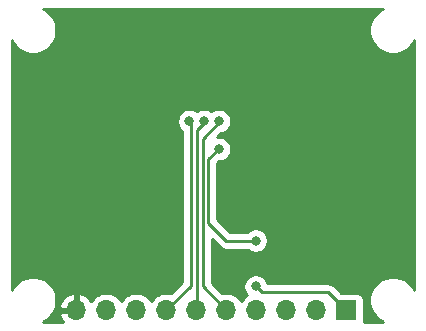
<source format=gbl>
G04 #@! TF.GenerationSoftware,KiCad,Pcbnew,(5.1.6)-1*
G04 #@! TF.CreationDate,2020-06-13T20:50:13+02:00*
G04 #@! TF.ProjectId,CS5490_Breakout,43533534-3930-45f4-9272-65616b6f7574,rev?*
G04 #@! TF.SameCoordinates,Original*
G04 #@! TF.FileFunction,Copper,L2,Bot*
G04 #@! TF.FilePolarity,Positive*
%FSLAX46Y46*%
G04 Gerber Fmt 4.6, Leading zero omitted, Abs format (unit mm)*
G04 Created by KiCad (PCBNEW (5.1.6)-1) date 2020-06-13 20:50:13*
%MOMM*%
%LPD*%
G01*
G04 APERTURE LIST*
G04 #@! TA.AperFunction,ComponentPad*
%ADD10R,1.700000X1.700000*%
G04 #@! TD*
G04 #@! TA.AperFunction,ComponentPad*
%ADD11O,1.700000X1.700000*%
G04 #@! TD*
G04 #@! TA.AperFunction,ViaPad*
%ADD12C,0.800000*%
G04 #@! TD*
G04 #@! TA.AperFunction,Conductor*
%ADD13C,0.250000*%
G04 #@! TD*
G04 #@! TA.AperFunction,Conductor*
%ADD14C,0.254000*%
G04 #@! TD*
G04 APERTURE END LIST*
D10*
X162410000Y-122750000D03*
D11*
X159870000Y-122750000D03*
X157330000Y-122750000D03*
X154790000Y-122750000D03*
X152250000Y-122750000D03*
X149710000Y-122750000D03*
X147170000Y-122750000D03*
X144630000Y-122750000D03*
X142090000Y-122750000D03*
X139550000Y-122750000D03*
D12*
X167640000Y-119380000D03*
X167640000Y-109220000D03*
X167640000Y-104140000D03*
X134620000Y-101600000D03*
X134620000Y-106680000D03*
X134620000Y-111760000D03*
X134620000Y-116840000D03*
X163830000Y-97790000D03*
X157480000Y-97790000D03*
X151130000Y-97790000D03*
X144780000Y-97790000D03*
X138430000Y-97790000D03*
X160020000Y-101600000D03*
X162560000Y-104140000D03*
X165100000Y-106680000D03*
X165100000Y-111760000D03*
X165100000Y-116840000D03*
X157480000Y-99060000D03*
X165100000Y-101600000D03*
X162560000Y-99060000D03*
X160020000Y-111760000D03*
X160020000Y-106680000D03*
X157480000Y-104140000D03*
X154940000Y-101600000D03*
X147320000Y-99060000D03*
X144780000Y-101600000D03*
X139700000Y-106680000D03*
X137160000Y-109220000D03*
X137160000Y-114300000D03*
X137160000Y-119380000D03*
X139700000Y-111760000D03*
X137160000Y-104140000D03*
X139700000Y-101600000D03*
X142240000Y-114300000D03*
X139700000Y-116840000D03*
X147320000Y-116840000D03*
X167640000Y-114300000D03*
X152400000Y-119380000D03*
X152400000Y-114300000D03*
X167640000Y-116840000D03*
X167640000Y-111760000D03*
X167640000Y-106680000D03*
X167640000Y-101600000D03*
X134620000Y-119380000D03*
X134620000Y-114300000D03*
X134620000Y-109220000D03*
X134620000Y-104140000D03*
X154750000Y-120750000D03*
X150375000Y-106750000D03*
X149125000Y-106750000D03*
X151625000Y-106750000D03*
X151625000Y-109125000D03*
X154750000Y-116875000D03*
D13*
X160910000Y-121250000D02*
X162410000Y-122750000D01*
X154750000Y-120750000D02*
X155250000Y-121250000D01*
X155250000Y-121250000D02*
X160910000Y-121250000D01*
X149860000Y-123190000D02*
X150000000Y-123050000D01*
X149750000Y-122710000D02*
X149710000Y-122750000D01*
X150500000Y-106750000D02*
X149750000Y-107500000D01*
X149750000Y-107500000D02*
X149750000Y-122710000D01*
X149000000Y-107000000D02*
X149000000Y-106750000D01*
X149250000Y-120670000D02*
X147170000Y-122750000D01*
X149000000Y-106750000D02*
X149250000Y-107000000D01*
X149250000Y-107000000D02*
X149250000Y-120670000D01*
X150250000Y-120750000D02*
X152250000Y-122750000D01*
X151750000Y-106750000D02*
X150250000Y-108250000D01*
X150250000Y-108250000D02*
X150250000Y-120750000D01*
X152250000Y-116875000D02*
X154750000Y-116875000D01*
X151625000Y-109125000D02*
X150750000Y-110000000D01*
X150750000Y-115375000D02*
X152250000Y-116875000D01*
X150750000Y-110000000D02*
X150750000Y-115375000D01*
D14*
G36*
X165427207Y-97296157D02*
G01*
X165101213Y-97513979D01*
X164823979Y-97791213D01*
X164606157Y-98117207D01*
X164456119Y-98479431D01*
X164379631Y-98863966D01*
X164379631Y-99256034D01*
X164456119Y-99640569D01*
X164606157Y-100002793D01*
X164823979Y-100328787D01*
X165101213Y-100606021D01*
X165427207Y-100823843D01*
X165789431Y-100973881D01*
X166173966Y-101050369D01*
X166566034Y-101050369D01*
X166950569Y-100973881D01*
X167312793Y-100823843D01*
X167638787Y-100606021D01*
X167916021Y-100328787D01*
X168133843Y-100002793D01*
X168175000Y-99903431D01*
X168175001Y-121076571D01*
X168133843Y-120977207D01*
X167916021Y-120651213D01*
X167638787Y-120373979D01*
X167312793Y-120156157D01*
X166950569Y-120006119D01*
X166566034Y-119929631D01*
X166173966Y-119929631D01*
X165789431Y-120006119D01*
X165427207Y-120156157D01*
X165101213Y-120373979D01*
X164823979Y-120651213D01*
X164606157Y-120977207D01*
X164456119Y-121339431D01*
X164379631Y-121723966D01*
X164379631Y-122116034D01*
X164456119Y-122500569D01*
X164606157Y-122862793D01*
X164823979Y-123188787D01*
X165101213Y-123466021D01*
X165427207Y-123683843D01*
X165526569Y-123725000D01*
X163885655Y-123725000D01*
X163885812Y-123724482D01*
X163898072Y-123600000D01*
X163898072Y-121900000D01*
X163885812Y-121775518D01*
X163849502Y-121655820D01*
X163790537Y-121545506D01*
X163711185Y-121448815D01*
X163614494Y-121369463D01*
X163504180Y-121310498D01*
X163384482Y-121274188D01*
X163260000Y-121261928D01*
X161996729Y-121261928D01*
X161473804Y-120739003D01*
X161450001Y-120709999D01*
X161334276Y-120615026D01*
X161202247Y-120544454D01*
X161058986Y-120500997D01*
X160947333Y-120490000D01*
X160947322Y-120490000D01*
X160910000Y-120486324D01*
X160872678Y-120490000D01*
X155753560Y-120490000D01*
X155745226Y-120448102D01*
X155667205Y-120259744D01*
X155553937Y-120090226D01*
X155409774Y-119946063D01*
X155240256Y-119832795D01*
X155051898Y-119754774D01*
X154851939Y-119715000D01*
X154648061Y-119715000D01*
X154448102Y-119754774D01*
X154259744Y-119832795D01*
X154090226Y-119946063D01*
X153946063Y-120090226D01*
X153832795Y-120259744D01*
X153754774Y-120448102D01*
X153715000Y-120648061D01*
X153715000Y-120851939D01*
X153754774Y-121051898D01*
X153832795Y-121240256D01*
X153946063Y-121409774D01*
X154016878Y-121480589D01*
X153843368Y-121596525D01*
X153636525Y-121803368D01*
X153520000Y-121977760D01*
X153403475Y-121803368D01*
X153196632Y-121596525D01*
X152953411Y-121434010D01*
X152683158Y-121322068D01*
X152396260Y-121265000D01*
X152103740Y-121265000D01*
X151883592Y-121308790D01*
X151010000Y-120435199D01*
X151010000Y-116709802D01*
X151686201Y-117386003D01*
X151709999Y-117415001D01*
X151825724Y-117509974D01*
X151957753Y-117580546D01*
X152101014Y-117624003D01*
X152212667Y-117635000D01*
X152212676Y-117635000D01*
X152249999Y-117638676D01*
X152287322Y-117635000D01*
X154046289Y-117635000D01*
X154090226Y-117678937D01*
X154259744Y-117792205D01*
X154448102Y-117870226D01*
X154648061Y-117910000D01*
X154851939Y-117910000D01*
X155051898Y-117870226D01*
X155240256Y-117792205D01*
X155409774Y-117678937D01*
X155553937Y-117534774D01*
X155667205Y-117365256D01*
X155745226Y-117176898D01*
X155785000Y-116976939D01*
X155785000Y-116773061D01*
X155745226Y-116573102D01*
X155667205Y-116384744D01*
X155553937Y-116215226D01*
X155409774Y-116071063D01*
X155240256Y-115957795D01*
X155051898Y-115879774D01*
X154851939Y-115840000D01*
X154648061Y-115840000D01*
X154448102Y-115879774D01*
X154259744Y-115957795D01*
X154090226Y-116071063D01*
X154046289Y-116115000D01*
X152564802Y-116115000D01*
X151510000Y-115060199D01*
X151510000Y-110314801D01*
X151664801Y-110160000D01*
X151726939Y-110160000D01*
X151926898Y-110120226D01*
X152115256Y-110042205D01*
X152284774Y-109928937D01*
X152428937Y-109784774D01*
X152542205Y-109615256D01*
X152620226Y-109426898D01*
X152660000Y-109226939D01*
X152660000Y-109023061D01*
X152620226Y-108823102D01*
X152542205Y-108634744D01*
X152428937Y-108465226D01*
X152284774Y-108321063D01*
X152115256Y-108207795D01*
X151926898Y-108129774D01*
X151726939Y-108090000D01*
X151523061Y-108090000D01*
X151475302Y-108099500D01*
X151805410Y-107769391D01*
X151926898Y-107745226D01*
X152115256Y-107667205D01*
X152284774Y-107553937D01*
X152428937Y-107409774D01*
X152542205Y-107240256D01*
X152620226Y-107051898D01*
X152660000Y-106851939D01*
X152660000Y-106648061D01*
X152620226Y-106448102D01*
X152542205Y-106259744D01*
X152428937Y-106090226D01*
X152284774Y-105946063D01*
X152115256Y-105832795D01*
X151926898Y-105754774D01*
X151726939Y-105715000D01*
X151523061Y-105715000D01*
X151323102Y-105754774D01*
X151134744Y-105832795D01*
X151000000Y-105922828D01*
X150865256Y-105832795D01*
X150676898Y-105754774D01*
X150476939Y-105715000D01*
X150273061Y-105715000D01*
X150073102Y-105754774D01*
X149884744Y-105832795D01*
X149750000Y-105922828D01*
X149615256Y-105832795D01*
X149426898Y-105754774D01*
X149226939Y-105715000D01*
X149023061Y-105715000D01*
X148823102Y-105754774D01*
X148634744Y-105832795D01*
X148465226Y-105946063D01*
X148321063Y-106090226D01*
X148207795Y-106259744D01*
X148129774Y-106448102D01*
X148090000Y-106648061D01*
X148090000Y-106851939D01*
X148129774Y-107051898D01*
X148207795Y-107240256D01*
X148321063Y-107409774D01*
X148465226Y-107553937D01*
X148490000Y-107570490D01*
X148490001Y-120355197D01*
X147536408Y-121308791D01*
X147316260Y-121265000D01*
X147023740Y-121265000D01*
X146736842Y-121322068D01*
X146466589Y-121434010D01*
X146223368Y-121596525D01*
X146016525Y-121803368D01*
X145900000Y-121977760D01*
X145783475Y-121803368D01*
X145576632Y-121596525D01*
X145333411Y-121434010D01*
X145063158Y-121322068D01*
X144776260Y-121265000D01*
X144483740Y-121265000D01*
X144196842Y-121322068D01*
X143926589Y-121434010D01*
X143683368Y-121596525D01*
X143476525Y-121803368D01*
X143360000Y-121977760D01*
X143243475Y-121803368D01*
X143036632Y-121596525D01*
X142793411Y-121434010D01*
X142523158Y-121322068D01*
X142236260Y-121265000D01*
X141943740Y-121265000D01*
X141656842Y-121322068D01*
X141386589Y-121434010D01*
X141143368Y-121596525D01*
X140936525Y-121803368D01*
X140814805Y-121985534D01*
X140745178Y-121868645D01*
X140550269Y-121652412D01*
X140316920Y-121478359D01*
X140054099Y-121353175D01*
X139906890Y-121308524D01*
X139677000Y-121429845D01*
X139677000Y-122623000D01*
X139697000Y-122623000D01*
X139697000Y-122877000D01*
X139677000Y-122877000D01*
X139677000Y-122897000D01*
X139423000Y-122897000D01*
X139423000Y-122877000D01*
X138229186Y-122877000D01*
X138108519Y-123106891D01*
X138205843Y-123381252D01*
X138354822Y-123631355D01*
X138439232Y-123725000D01*
X136733431Y-123725000D01*
X136832793Y-123683843D01*
X137158787Y-123466021D01*
X137436021Y-123188787D01*
X137653843Y-122862793D01*
X137803881Y-122500569D01*
X137825255Y-122393109D01*
X138108519Y-122393109D01*
X138229186Y-122623000D01*
X139423000Y-122623000D01*
X139423000Y-121429845D01*
X139193110Y-121308524D01*
X139045901Y-121353175D01*
X138783080Y-121478359D01*
X138549731Y-121652412D01*
X138354822Y-121868645D01*
X138205843Y-122118748D01*
X138108519Y-122393109D01*
X137825255Y-122393109D01*
X137880369Y-122116034D01*
X137880369Y-121723966D01*
X137803881Y-121339431D01*
X137653843Y-120977207D01*
X137436021Y-120651213D01*
X137158787Y-120373979D01*
X136832793Y-120156157D01*
X136470569Y-120006119D01*
X136086034Y-119929631D01*
X135693966Y-119929631D01*
X135309431Y-120006119D01*
X134947207Y-120156157D01*
X134621213Y-120373979D01*
X134343979Y-120651213D01*
X134126157Y-120977207D01*
X134085000Y-121076569D01*
X134085000Y-99903431D01*
X134126157Y-100002793D01*
X134343979Y-100328787D01*
X134621213Y-100606021D01*
X134947207Y-100823843D01*
X135309431Y-100973881D01*
X135693966Y-101050369D01*
X136086034Y-101050369D01*
X136470569Y-100973881D01*
X136832793Y-100823843D01*
X137158787Y-100606021D01*
X137436021Y-100328787D01*
X137653843Y-100002793D01*
X137803881Y-99640569D01*
X137880369Y-99256034D01*
X137880369Y-98863966D01*
X137803881Y-98479431D01*
X137653843Y-98117207D01*
X137436021Y-97791213D01*
X137158787Y-97513979D01*
X136832793Y-97296157D01*
X136733431Y-97255000D01*
X165526569Y-97255000D01*
X165427207Y-97296157D01*
G37*
X165427207Y-97296157D02*
X165101213Y-97513979D01*
X164823979Y-97791213D01*
X164606157Y-98117207D01*
X164456119Y-98479431D01*
X164379631Y-98863966D01*
X164379631Y-99256034D01*
X164456119Y-99640569D01*
X164606157Y-100002793D01*
X164823979Y-100328787D01*
X165101213Y-100606021D01*
X165427207Y-100823843D01*
X165789431Y-100973881D01*
X166173966Y-101050369D01*
X166566034Y-101050369D01*
X166950569Y-100973881D01*
X167312793Y-100823843D01*
X167638787Y-100606021D01*
X167916021Y-100328787D01*
X168133843Y-100002793D01*
X168175000Y-99903431D01*
X168175001Y-121076571D01*
X168133843Y-120977207D01*
X167916021Y-120651213D01*
X167638787Y-120373979D01*
X167312793Y-120156157D01*
X166950569Y-120006119D01*
X166566034Y-119929631D01*
X166173966Y-119929631D01*
X165789431Y-120006119D01*
X165427207Y-120156157D01*
X165101213Y-120373979D01*
X164823979Y-120651213D01*
X164606157Y-120977207D01*
X164456119Y-121339431D01*
X164379631Y-121723966D01*
X164379631Y-122116034D01*
X164456119Y-122500569D01*
X164606157Y-122862793D01*
X164823979Y-123188787D01*
X165101213Y-123466021D01*
X165427207Y-123683843D01*
X165526569Y-123725000D01*
X163885655Y-123725000D01*
X163885812Y-123724482D01*
X163898072Y-123600000D01*
X163898072Y-121900000D01*
X163885812Y-121775518D01*
X163849502Y-121655820D01*
X163790537Y-121545506D01*
X163711185Y-121448815D01*
X163614494Y-121369463D01*
X163504180Y-121310498D01*
X163384482Y-121274188D01*
X163260000Y-121261928D01*
X161996729Y-121261928D01*
X161473804Y-120739003D01*
X161450001Y-120709999D01*
X161334276Y-120615026D01*
X161202247Y-120544454D01*
X161058986Y-120500997D01*
X160947333Y-120490000D01*
X160947322Y-120490000D01*
X160910000Y-120486324D01*
X160872678Y-120490000D01*
X155753560Y-120490000D01*
X155745226Y-120448102D01*
X155667205Y-120259744D01*
X155553937Y-120090226D01*
X155409774Y-119946063D01*
X155240256Y-119832795D01*
X155051898Y-119754774D01*
X154851939Y-119715000D01*
X154648061Y-119715000D01*
X154448102Y-119754774D01*
X154259744Y-119832795D01*
X154090226Y-119946063D01*
X153946063Y-120090226D01*
X153832795Y-120259744D01*
X153754774Y-120448102D01*
X153715000Y-120648061D01*
X153715000Y-120851939D01*
X153754774Y-121051898D01*
X153832795Y-121240256D01*
X153946063Y-121409774D01*
X154016878Y-121480589D01*
X153843368Y-121596525D01*
X153636525Y-121803368D01*
X153520000Y-121977760D01*
X153403475Y-121803368D01*
X153196632Y-121596525D01*
X152953411Y-121434010D01*
X152683158Y-121322068D01*
X152396260Y-121265000D01*
X152103740Y-121265000D01*
X151883592Y-121308790D01*
X151010000Y-120435199D01*
X151010000Y-116709802D01*
X151686201Y-117386003D01*
X151709999Y-117415001D01*
X151825724Y-117509974D01*
X151957753Y-117580546D01*
X152101014Y-117624003D01*
X152212667Y-117635000D01*
X152212676Y-117635000D01*
X152249999Y-117638676D01*
X152287322Y-117635000D01*
X154046289Y-117635000D01*
X154090226Y-117678937D01*
X154259744Y-117792205D01*
X154448102Y-117870226D01*
X154648061Y-117910000D01*
X154851939Y-117910000D01*
X155051898Y-117870226D01*
X155240256Y-117792205D01*
X155409774Y-117678937D01*
X155553937Y-117534774D01*
X155667205Y-117365256D01*
X155745226Y-117176898D01*
X155785000Y-116976939D01*
X155785000Y-116773061D01*
X155745226Y-116573102D01*
X155667205Y-116384744D01*
X155553937Y-116215226D01*
X155409774Y-116071063D01*
X155240256Y-115957795D01*
X155051898Y-115879774D01*
X154851939Y-115840000D01*
X154648061Y-115840000D01*
X154448102Y-115879774D01*
X154259744Y-115957795D01*
X154090226Y-116071063D01*
X154046289Y-116115000D01*
X152564802Y-116115000D01*
X151510000Y-115060199D01*
X151510000Y-110314801D01*
X151664801Y-110160000D01*
X151726939Y-110160000D01*
X151926898Y-110120226D01*
X152115256Y-110042205D01*
X152284774Y-109928937D01*
X152428937Y-109784774D01*
X152542205Y-109615256D01*
X152620226Y-109426898D01*
X152660000Y-109226939D01*
X152660000Y-109023061D01*
X152620226Y-108823102D01*
X152542205Y-108634744D01*
X152428937Y-108465226D01*
X152284774Y-108321063D01*
X152115256Y-108207795D01*
X151926898Y-108129774D01*
X151726939Y-108090000D01*
X151523061Y-108090000D01*
X151475302Y-108099500D01*
X151805410Y-107769391D01*
X151926898Y-107745226D01*
X152115256Y-107667205D01*
X152284774Y-107553937D01*
X152428937Y-107409774D01*
X152542205Y-107240256D01*
X152620226Y-107051898D01*
X152660000Y-106851939D01*
X152660000Y-106648061D01*
X152620226Y-106448102D01*
X152542205Y-106259744D01*
X152428937Y-106090226D01*
X152284774Y-105946063D01*
X152115256Y-105832795D01*
X151926898Y-105754774D01*
X151726939Y-105715000D01*
X151523061Y-105715000D01*
X151323102Y-105754774D01*
X151134744Y-105832795D01*
X151000000Y-105922828D01*
X150865256Y-105832795D01*
X150676898Y-105754774D01*
X150476939Y-105715000D01*
X150273061Y-105715000D01*
X150073102Y-105754774D01*
X149884744Y-105832795D01*
X149750000Y-105922828D01*
X149615256Y-105832795D01*
X149426898Y-105754774D01*
X149226939Y-105715000D01*
X149023061Y-105715000D01*
X148823102Y-105754774D01*
X148634744Y-105832795D01*
X148465226Y-105946063D01*
X148321063Y-106090226D01*
X148207795Y-106259744D01*
X148129774Y-106448102D01*
X148090000Y-106648061D01*
X148090000Y-106851939D01*
X148129774Y-107051898D01*
X148207795Y-107240256D01*
X148321063Y-107409774D01*
X148465226Y-107553937D01*
X148490000Y-107570490D01*
X148490001Y-120355197D01*
X147536408Y-121308791D01*
X147316260Y-121265000D01*
X147023740Y-121265000D01*
X146736842Y-121322068D01*
X146466589Y-121434010D01*
X146223368Y-121596525D01*
X146016525Y-121803368D01*
X145900000Y-121977760D01*
X145783475Y-121803368D01*
X145576632Y-121596525D01*
X145333411Y-121434010D01*
X145063158Y-121322068D01*
X144776260Y-121265000D01*
X144483740Y-121265000D01*
X144196842Y-121322068D01*
X143926589Y-121434010D01*
X143683368Y-121596525D01*
X143476525Y-121803368D01*
X143360000Y-121977760D01*
X143243475Y-121803368D01*
X143036632Y-121596525D01*
X142793411Y-121434010D01*
X142523158Y-121322068D01*
X142236260Y-121265000D01*
X141943740Y-121265000D01*
X141656842Y-121322068D01*
X141386589Y-121434010D01*
X141143368Y-121596525D01*
X140936525Y-121803368D01*
X140814805Y-121985534D01*
X140745178Y-121868645D01*
X140550269Y-121652412D01*
X140316920Y-121478359D01*
X140054099Y-121353175D01*
X139906890Y-121308524D01*
X139677000Y-121429845D01*
X139677000Y-122623000D01*
X139697000Y-122623000D01*
X139697000Y-122877000D01*
X139677000Y-122877000D01*
X139677000Y-122897000D01*
X139423000Y-122897000D01*
X139423000Y-122877000D01*
X138229186Y-122877000D01*
X138108519Y-123106891D01*
X138205843Y-123381252D01*
X138354822Y-123631355D01*
X138439232Y-123725000D01*
X136733431Y-123725000D01*
X136832793Y-123683843D01*
X137158787Y-123466021D01*
X137436021Y-123188787D01*
X137653843Y-122862793D01*
X137803881Y-122500569D01*
X137825255Y-122393109D01*
X138108519Y-122393109D01*
X138229186Y-122623000D01*
X139423000Y-122623000D01*
X139423000Y-121429845D01*
X139193110Y-121308524D01*
X139045901Y-121353175D01*
X138783080Y-121478359D01*
X138549731Y-121652412D01*
X138354822Y-121868645D01*
X138205843Y-122118748D01*
X138108519Y-122393109D01*
X137825255Y-122393109D01*
X137880369Y-122116034D01*
X137880369Y-121723966D01*
X137803881Y-121339431D01*
X137653843Y-120977207D01*
X137436021Y-120651213D01*
X137158787Y-120373979D01*
X136832793Y-120156157D01*
X136470569Y-120006119D01*
X136086034Y-119929631D01*
X135693966Y-119929631D01*
X135309431Y-120006119D01*
X134947207Y-120156157D01*
X134621213Y-120373979D01*
X134343979Y-120651213D01*
X134126157Y-120977207D01*
X134085000Y-121076569D01*
X134085000Y-99903431D01*
X134126157Y-100002793D01*
X134343979Y-100328787D01*
X134621213Y-100606021D01*
X134947207Y-100823843D01*
X135309431Y-100973881D01*
X135693966Y-101050369D01*
X136086034Y-101050369D01*
X136470569Y-100973881D01*
X136832793Y-100823843D01*
X137158787Y-100606021D01*
X137436021Y-100328787D01*
X137653843Y-100002793D01*
X137803881Y-99640569D01*
X137880369Y-99256034D01*
X137880369Y-98863966D01*
X137803881Y-98479431D01*
X137653843Y-98117207D01*
X137436021Y-97791213D01*
X137158787Y-97513979D01*
X136832793Y-97296157D01*
X136733431Y-97255000D01*
X165526569Y-97255000D01*
X165427207Y-97296157D01*
M02*

</source>
